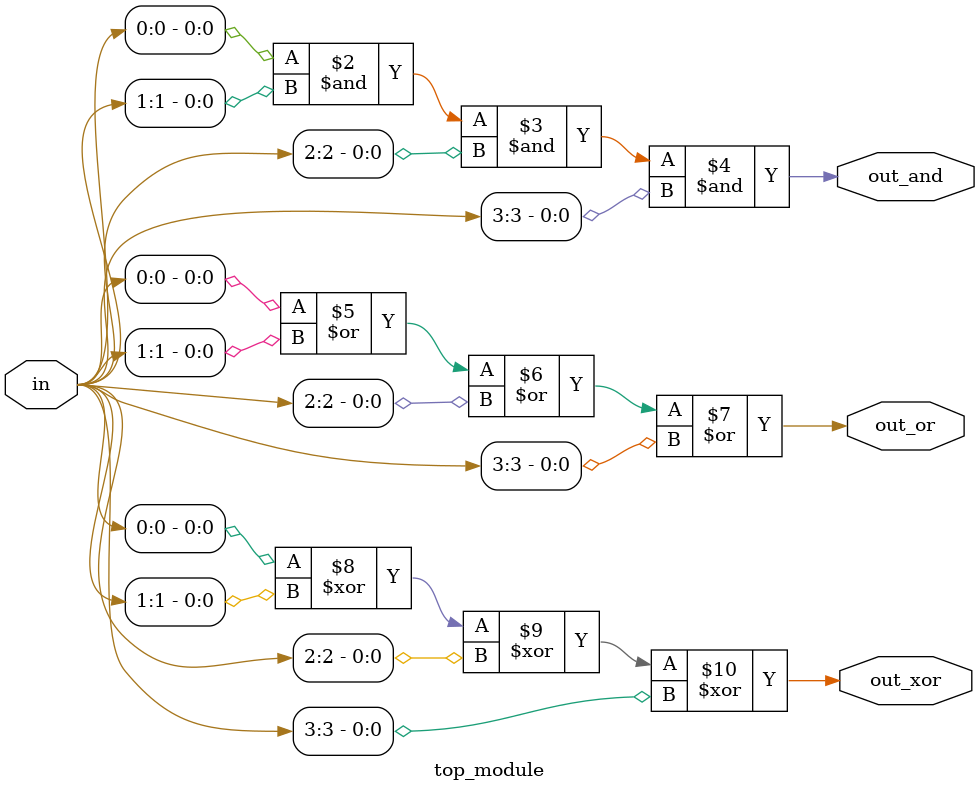
<source format=sv>
module top_module (
    input [3:0] in,
    output reg out_and,
    output reg out_or,
    output reg out_xor
);

always @(*) begin
    // Perform logical operations on the input bits
    out_and = (in[0] & in[1] & in[2] & in[3]);
    out_or = (in[0] | in[1] | in[2] | in[3]);
    out_xor = (in[0] ^ in[1] ^ in[2] ^ in[3]);
end

endmodule

</source>
